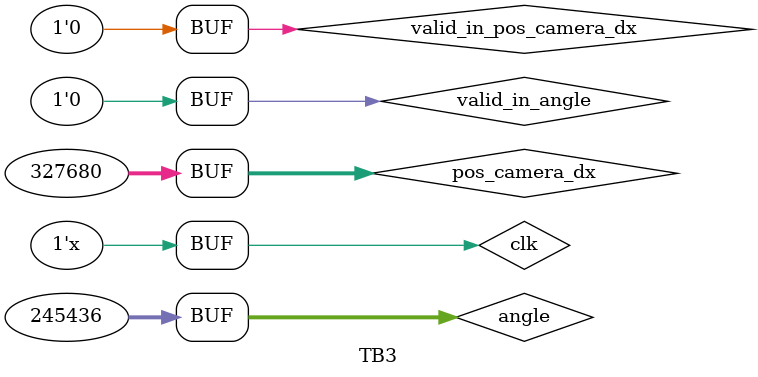
<source format=v>
`timescale 1ns / 1ps


//module TB3();
//    reg clk=1'b1;
//    //reg [128:1]x=128'h80011234800112348001123480011234;
//    //reg [128:1]y=128'h000f1234000f1234000f1234000f1234;
//    reg [32:1]x=32'h80011234;
//    reg [32:1]y=32'h00000000;
//    wire [32:1]result;
//    wire root_valid_H;
//    wire clk_sub;
//    wire [6:0]count;
//    vector_normalize mytest (x,y,result);
//    //always #5 clk=~clk;
//    always #200x=x+128'h00010000000100000001000000010000;
//    always #200y=y+128'h0000f0000000f0000000f0000000f000;
//endmodule


module TB3();
    reg clk=1'b1;
    reg valid_in_angle=0;
    reg valid_in_pos_camera_dx=0;
    reg [31:0] angle=32'h0000c9ab;
    reg [31:0] pos_camera_dx=32'h00050000;
    wire valid_out;
    wire [15:0] PointX[7:0];
    wire [15:0] PointY[7:0];
    
    initial begin
        #500 angle=32'h0003BEBC;
        valid_in_angle<=1;
        valid_in_pos_camera_dx<=1;
        #10 valid_in_angle<=0;
            valid_in_pos_camera_dx<=0;
            
    end
    initial begin
        valid_in_angle<=1;
        valid_in_pos_camera_dx<=1;
        #10 valid_in_angle<=0;
            valid_in_pos_camera_dx<=0;
    end
    
    
    math_3D Math_3D(.clk(clk),.valid_in_angle(valid_in_angle),.angle(angle),.valid_in_pos_camera_dx(valid_in_pos_camera_dx),
        .pos_camera_dx(pos_camera_dx),.valid_out(valid_out),
        .point0x(PointX[0]),
        .point1x(PointX[1]),
        .point2x(PointX[2]),
        .point3x(PointX[3]),
        .point4x(PointX[4]),
        .point5x(PointX[5]),
        .point6x(PointX[6]),
        .point7x(PointX[7]),
        .point0y(PointY[0]),
        .point1y(PointY[1]),
        .point2y(PointY[2]),
        .point3y(PointY[3]),
        .point4y(PointY[4]),
        .point5y(PointY[5]),
        .point6y(PointY[6]),
        .point7y(PointY[7]));
    always #5 clk=~clk;
    //always #100 s_axis_divisor_tdata=s_axis_divisor_tdata+32'h00010000;
    //always #200 s_axis_divisor_tdata=s_axis_divisor_tdata+32'h00010000;
    //always #200 s_axis_dividend_tdata=s_axis_dividend_tdata+32'h00010000;
endmodule
</source>
